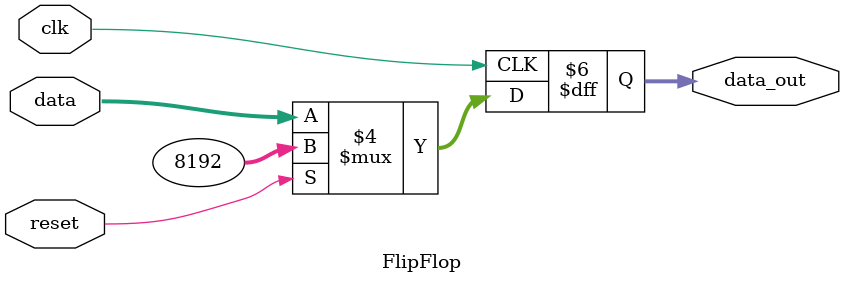
<source format=v>

module FlipFlop (
	input clk,
	input reset,

	input [31:0] data,

	output reg [31:0] data_out
);


// initial data_out = {32{1'b0}};
initial data_out = 32'h00002000;

always @(posedge clk) begin
	if (reset) begin
		// data_out <= {32{1'b0}};
		data_out <= 32'h00002000;
	end else begin
		data_out <= data;
	end
end

endmodule

</source>
